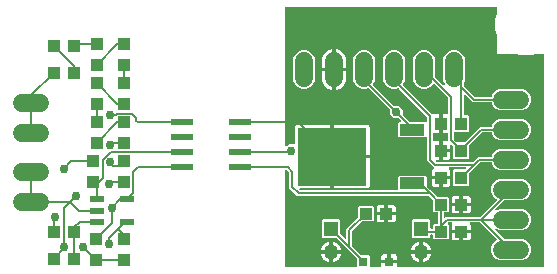
<source format=gbr>
G04 EAGLE Gerber RS-274X export*
G75*
%MOMM*%
%FSLAX34Y34*%
%LPD*%
%INTop Copper*%
%IPPOS*%
%AMOC8*
5,1,8,0,0,1.08239X$1,22.5*%
G01*
%ADD10R,1.258000X1.258000*%
%ADD11C,1.258000*%
%ADD12R,1.100000X1.000000*%
%ADD13R,1.000000X1.100000*%
%ADD14R,0.800000X0.800000*%
%ADD15R,2.100000X1.000000*%
%ADD16R,5.850000X4.900000*%
%ADD17R,1.150000X0.600000*%
%ADD18R,1.981200X0.558800*%
%ADD19C,1.508000*%
%ADD20C,0.152400*%
%ADD21C,0.756400*%

G36*
X325634Y22902D02*
X325634Y22902D01*
X325653Y22900D01*
X325755Y22922D01*
X325857Y22939D01*
X325874Y22948D01*
X325894Y22952D01*
X325983Y23005D01*
X326074Y23054D01*
X326088Y23068D01*
X326105Y23078D01*
X326172Y23157D01*
X326244Y23232D01*
X326252Y23250D01*
X326265Y23265D01*
X326304Y23361D01*
X326347Y23455D01*
X326349Y23475D01*
X326357Y23493D01*
X326375Y23660D01*
X326375Y30755D01*
X326361Y30846D01*
X326353Y30936D01*
X326341Y30966D01*
X326336Y30998D01*
X326293Y31079D01*
X326257Y31163D01*
X326231Y31195D01*
X326220Y31216D01*
X326197Y31238D01*
X326152Y31294D01*
X309604Y47842D01*
X309530Y47895D01*
X309460Y47955D01*
X309430Y47967D01*
X309404Y47986D01*
X309317Y48013D01*
X309232Y48047D01*
X309191Y48051D01*
X309169Y48058D01*
X309137Y48057D01*
X309065Y48065D01*
X297878Y48065D01*
X296985Y48958D01*
X296985Y62802D01*
X297878Y63695D01*
X311722Y63695D01*
X312615Y62802D01*
X312615Y51615D01*
X312629Y51524D01*
X312637Y51434D01*
X312649Y51404D01*
X312654Y51372D01*
X312697Y51291D01*
X312733Y51207D01*
X312759Y51175D01*
X312770Y51154D01*
X312793Y51132D01*
X312838Y51076D01*
X316454Y47460D01*
X316512Y47418D01*
X316564Y47369D01*
X316611Y47347D01*
X316653Y47317D01*
X316722Y47296D01*
X316787Y47265D01*
X316839Y47260D01*
X316889Y47244D01*
X316960Y47246D01*
X317031Y47238D01*
X317082Y47249D01*
X317134Y47251D01*
X317202Y47275D01*
X317272Y47290D01*
X317317Y47317D01*
X317365Y47335D01*
X317421Y47380D01*
X317483Y47417D01*
X317517Y47456D01*
X317557Y47489D01*
X317596Y47549D01*
X317643Y47604D01*
X317662Y47652D01*
X317690Y47696D01*
X317708Y47765D01*
X317735Y47832D01*
X317743Y47903D01*
X317751Y47934D01*
X317749Y47958D01*
X317753Y47998D01*
X317753Y55167D01*
X327152Y64566D01*
X327205Y64640D01*
X327265Y64710D01*
X327277Y64740D01*
X327296Y64766D01*
X327323Y64853D01*
X327357Y64938D01*
X327361Y64979D01*
X327368Y65001D01*
X327367Y65033D01*
X327375Y65105D01*
X327375Y74212D01*
X328268Y75105D01*
X340532Y75105D01*
X341425Y74212D01*
X341425Y62948D01*
X340532Y62055D01*
X331425Y62055D01*
X331334Y62041D01*
X331244Y62033D01*
X331214Y62021D01*
X331182Y62016D01*
X331101Y61973D01*
X331017Y61937D01*
X330985Y61911D01*
X330964Y61900D01*
X330942Y61877D01*
X330886Y61832D01*
X322550Y53496D01*
X322497Y53422D01*
X322437Y53352D01*
X322425Y53322D01*
X322406Y53296D01*
X322379Y53209D01*
X322345Y53124D01*
X322341Y53083D01*
X322334Y53061D01*
X322335Y53029D01*
X322327Y52957D01*
X322327Y41903D01*
X322328Y41894D01*
X322328Y41891D01*
X322331Y41873D01*
X322341Y41812D01*
X322349Y41722D01*
X322361Y41692D01*
X322366Y41660D01*
X322409Y41579D01*
X322445Y41495D01*
X322471Y41463D01*
X322482Y41442D01*
X322505Y41420D01*
X322550Y41364D01*
X330226Y33688D01*
X330300Y33635D01*
X330370Y33575D01*
X330400Y33563D01*
X330426Y33544D01*
X330513Y33517D01*
X330598Y33483D01*
X330639Y33479D01*
X330661Y33472D01*
X330693Y33473D01*
X330765Y33465D01*
X336532Y33465D01*
X337425Y32572D01*
X337425Y23660D01*
X337428Y23640D01*
X337426Y23621D01*
X337448Y23519D01*
X337464Y23417D01*
X337474Y23400D01*
X337478Y23380D01*
X337531Y23291D01*
X337580Y23200D01*
X337594Y23186D01*
X337604Y23169D01*
X337683Y23102D01*
X337758Y23031D01*
X337776Y23022D01*
X337791Y23009D01*
X337887Y22970D01*
X337981Y22927D01*
X338001Y22925D01*
X338019Y22917D01*
X338186Y22899D01*
X346598Y22899D01*
X346618Y22902D01*
X346637Y22900D01*
X346739Y22922D01*
X346841Y22939D01*
X346858Y22948D01*
X346878Y22952D01*
X346967Y23005D01*
X347058Y23054D01*
X347072Y23068D01*
X347089Y23078D01*
X347156Y23157D01*
X347228Y23232D01*
X347236Y23250D01*
X347249Y23265D01*
X347288Y23361D01*
X347331Y23455D01*
X347333Y23475D01*
X347341Y23493D01*
X347359Y23660D01*
X347359Y26417D01*
X353138Y26417D01*
X353158Y26420D01*
X353177Y26418D01*
X353279Y26440D01*
X353381Y26457D01*
X353398Y26466D01*
X353418Y26470D01*
X353507Y26523D01*
X353598Y26572D01*
X353612Y26586D01*
X353629Y26596D01*
X353696Y26675D01*
X353767Y26750D01*
X353776Y26768D01*
X353789Y26783D01*
X353828Y26879D01*
X353871Y26973D01*
X353873Y26993D01*
X353881Y27011D01*
X353899Y27178D01*
X353899Y27941D01*
X353901Y27941D01*
X353901Y27178D01*
X353904Y27158D01*
X353902Y27139D01*
X353924Y27037D01*
X353941Y26935D01*
X353950Y26918D01*
X353954Y26898D01*
X354007Y26809D01*
X354056Y26718D01*
X354070Y26704D01*
X354080Y26687D01*
X354159Y26620D01*
X354234Y26549D01*
X354252Y26540D01*
X354267Y26527D01*
X354363Y26488D01*
X354457Y26445D01*
X354477Y26443D01*
X354495Y26435D01*
X354662Y26417D01*
X360441Y26417D01*
X360441Y23660D01*
X360444Y23640D01*
X360442Y23621D01*
X360464Y23519D01*
X360480Y23417D01*
X360490Y23400D01*
X360494Y23380D01*
X360547Y23291D01*
X360596Y23200D01*
X360610Y23186D01*
X360620Y23169D01*
X360699Y23102D01*
X360774Y23031D01*
X360792Y23022D01*
X360807Y23009D01*
X360903Y22970D01*
X360997Y22927D01*
X361017Y22925D01*
X361035Y22917D01*
X361202Y22899D01*
X484340Y22899D01*
X484360Y22902D01*
X484379Y22900D01*
X484481Y22922D01*
X484583Y22939D01*
X484600Y22948D01*
X484620Y22952D01*
X484709Y23005D01*
X484800Y23054D01*
X484814Y23068D01*
X484831Y23078D01*
X484898Y23157D01*
X484969Y23232D01*
X484978Y23250D01*
X484991Y23265D01*
X485030Y23361D01*
X485073Y23455D01*
X485075Y23475D01*
X485083Y23493D01*
X485101Y23660D01*
X485101Y203200D01*
X485098Y203220D01*
X485100Y203239D01*
X485078Y203341D01*
X485061Y203443D01*
X485052Y203460D01*
X485048Y203480D01*
X484995Y203569D01*
X484946Y203660D01*
X484932Y203674D01*
X484922Y203691D01*
X484843Y203758D01*
X484768Y203830D01*
X484750Y203838D01*
X484735Y203851D01*
X484639Y203890D01*
X484545Y203933D01*
X484525Y203935D01*
X484507Y203943D01*
X484340Y203961D01*
X479124Y203961D01*
X479109Y203959D01*
X479093Y203961D01*
X478927Y203935D01*
X473344Y202439D01*
X466456Y202439D01*
X460873Y203935D01*
X460857Y203937D01*
X460842Y203943D01*
X460676Y203961D01*
X445261Y203961D01*
X445261Y219376D01*
X445259Y219391D01*
X445261Y219407D01*
X445235Y219573D01*
X443739Y225156D01*
X443739Y232044D01*
X445235Y237627D01*
X445237Y237643D01*
X445243Y237658D01*
X445261Y237824D01*
X445261Y243040D01*
X445258Y243060D01*
X445260Y243079D01*
X445238Y243181D01*
X445222Y243283D01*
X445212Y243300D01*
X445208Y243320D01*
X445155Y243409D01*
X445106Y243500D01*
X445092Y243514D01*
X445082Y243531D01*
X445003Y243598D01*
X444928Y243669D01*
X444910Y243678D01*
X444895Y243691D01*
X444799Y243730D01*
X444705Y243773D01*
X444685Y243775D01*
X444667Y243783D01*
X444500Y243801D01*
X266700Y243801D01*
X266680Y243798D01*
X266661Y243800D01*
X266559Y243778D01*
X266457Y243761D01*
X266440Y243752D01*
X266420Y243748D01*
X266331Y243695D01*
X266240Y243646D01*
X266226Y243632D01*
X266209Y243622D01*
X266142Y243543D01*
X266071Y243468D01*
X266062Y243450D01*
X266049Y243435D01*
X266010Y243339D01*
X265967Y243245D01*
X265965Y243225D01*
X265957Y243207D01*
X265939Y243040D01*
X265939Y126057D01*
X265950Y125987D01*
X265952Y125915D01*
X265970Y125866D01*
X265979Y125815D01*
X266012Y125751D01*
X266037Y125684D01*
X266069Y125643D01*
X266094Y125597D01*
X266146Y125548D01*
X266190Y125492D01*
X266234Y125464D01*
X266272Y125428D01*
X266337Y125398D01*
X266397Y125359D01*
X266448Y125346D01*
X266495Y125324D01*
X266566Y125316D01*
X266636Y125299D01*
X266688Y125303D01*
X266739Y125297D01*
X266810Y125312D01*
X266881Y125318D01*
X266929Y125338D01*
X266980Y125349D01*
X267041Y125386D01*
X267107Y125414D01*
X267163Y125459D01*
X267191Y125476D01*
X267206Y125493D01*
X267238Y125519D01*
X268946Y127227D01*
X273148Y127227D01*
X273168Y127230D01*
X273187Y127228D01*
X273289Y127250D01*
X273391Y127266D01*
X273408Y127276D01*
X273428Y127280D01*
X273517Y127333D01*
X273608Y127382D01*
X273622Y127396D01*
X273639Y127406D01*
X273706Y127485D01*
X273778Y127560D01*
X273786Y127578D01*
X273799Y127593D01*
X273838Y127689D01*
X273881Y127783D01*
X273883Y127803D01*
X273891Y127821D01*
X273909Y127988D01*
X273909Y141674D01*
X274082Y142321D01*
X274417Y142900D01*
X274890Y143373D01*
X275469Y143708D01*
X276116Y143881D01*
X304177Y143881D01*
X304177Y117602D01*
X304180Y117582D01*
X304178Y117563D01*
X304200Y117461D01*
X304217Y117359D01*
X304226Y117342D01*
X304230Y117322D01*
X304283Y117233D01*
X304332Y117142D01*
X304346Y117128D01*
X304356Y117111D01*
X304435Y117044D01*
X304510Y116973D01*
X304528Y116964D01*
X304543Y116951D01*
X304639Y116912D01*
X304733Y116869D01*
X304753Y116867D01*
X304771Y116859D01*
X304938Y116841D01*
X305701Y116841D01*
X305701Y116839D01*
X304938Y116839D01*
X304918Y116836D01*
X304899Y116838D01*
X304797Y116816D01*
X304695Y116799D01*
X304678Y116790D01*
X304658Y116786D01*
X304569Y116733D01*
X304478Y116684D01*
X304464Y116670D01*
X304447Y116660D01*
X304380Y116581D01*
X304309Y116506D01*
X304300Y116488D01*
X304287Y116473D01*
X304248Y116377D01*
X304205Y116283D01*
X304203Y116263D01*
X304195Y116245D01*
X304177Y116078D01*
X304177Y89799D01*
X278492Y89799D01*
X278422Y89788D01*
X278350Y89786D01*
X278301Y89768D01*
X278250Y89760D01*
X278186Y89726D01*
X278119Y89701D01*
X278078Y89669D01*
X278032Y89644D01*
X277983Y89593D01*
X277927Y89548D01*
X277899Y89504D01*
X277863Y89466D01*
X277833Y89401D01*
X277794Y89341D01*
X277781Y89290D01*
X277759Y89243D01*
X277751Y89172D01*
X277734Y89102D01*
X277738Y89050D01*
X277732Y88999D01*
X277747Y88928D01*
X277753Y88857D01*
X277773Y88809D01*
X277784Y88758D01*
X277821Y88697D01*
X277849Y88631D01*
X277894Y88575D01*
X277911Y88547D01*
X277928Y88532D01*
X277954Y88500D01*
X278024Y88430D01*
X278098Y88376D01*
X278168Y88317D01*
X278198Y88305D01*
X278224Y88286D01*
X278311Y88259D01*
X278396Y88225D01*
X278437Y88221D01*
X278459Y88214D01*
X278491Y88215D01*
X278563Y88207D01*
X360914Y88207D01*
X360934Y88210D01*
X360953Y88208D01*
X361055Y88230D01*
X361157Y88246D01*
X361174Y88256D01*
X361194Y88260D01*
X361283Y88313D01*
X361374Y88362D01*
X361388Y88376D01*
X361405Y88386D01*
X361472Y88465D01*
X361544Y88540D01*
X361552Y88558D01*
X361565Y88573D01*
X361604Y88669D01*
X361647Y88763D01*
X361649Y88783D01*
X361657Y88801D01*
X361675Y88968D01*
X361675Y99672D01*
X362568Y100565D01*
X384832Y100565D01*
X385725Y99672D01*
X385725Y91925D01*
X385739Y91834D01*
X385747Y91744D01*
X385759Y91714D01*
X385764Y91682D01*
X385807Y91601D01*
X385843Y91517D01*
X385869Y91485D01*
X385880Y91464D01*
X385903Y91442D01*
X385948Y91386D01*
X388904Y88430D01*
X390690Y86644D01*
X394386Y82948D01*
X394460Y82895D01*
X394530Y82835D01*
X394560Y82823D01*
X394586Y82804D01*
X394673Y82777D01*
X394758Y82743D01*
X394799Y82739D01*
X394821Y82732D01*
X394853Y82733D01*
X394924Y82725D01*
X404032Y82725D01*
X404925Y81832D01*
X404925Y70568D01*
X404032Y69675D01*
X400948Y69675D01*
X400928Y69672D01*
X400909Y69674D01*
X400807Y69652D01*
X400705Y69636D01*
X400688Y69626D01*
X400668Y69622D01*
X400579Y69569D01*
X400488Y69520D01*
X400474Y69506D01*
X400457Y69496D01*
X400390Y69417D01*
X400318Y69342D01*
X400310Y69324D01*
X400297Y69309D01*
X400258Y69213D01*
X400215Y69119D01*
X400213Y69099D01*
X400205Y69081D01*
X400187Y68914D01*
X400187Y65778D01*
X400198Y65708D01*
X400200Y65636D01*
X400218Y65587D01*
X400226Y65536D01*
X400260Y65472D01*
X400285Y65405D01*
X400317Y65364D01*
X400342Y65318D01*
X400394Y65269D01*
X400438Y65213D01*
X400482Y65185D01*
X400520Y65149D01*
X400585Y65119D01*
X400645Y65080D01*
X400696Y65067D01*
X400743Y65045D01*
X400814Y65037D01*
X400884Y65020D01*
X400936Y65024D01*
X400987Y65018D01*
X401058Y65033D01*
X401129Y65039D01*
X401177Y65059D01*
X401228Y65070D01*
X401289Y65107D01*
X401355Y65135D01*
X401411Y65180D01*
X401439Y65197D01*
X401454Y65214D01*
X401486Y65240D01*
X402033Y65787D01*
X430537Y65787D01*
X430628Y65801D01*
X430718Y65809D01*
X430748Y65821D01*
X430780Y65826D01*
X430861Y65869D01*
X430945Y65905D01*
X430977Y65931D01*
X430998Y65942D01*
X431020Y65965D01*
X431076Y66010D01*
X444961Y79895D01*
X444988Y79933D01*
X445022Y79964D01*
X445060Y80032D01*
X445105Y80095D01*
X445118Y80139D01*
X445141Y80179D01*
X445154Y80256D01*
X445177Y80330D01*
X445176Y80376D01*
X445184Y80421D01*
X445173Y80498D01*
X445171Y80576D01*
X445155Y80619D01*
X445149Y80665D01*
X445113Y80734D01*
X445087Y80807D01*
X445058Y80843D01*
X445037Y80884D01*
X444981Y80938D01*
X444933Y80999D01*
X444894Y81024D01*
X444861Y81056D01*
X444742Y81122D01*
X444726Y81132D01*
X444721Y81133D01*
X444714Y81137D01*
X444525Y81215D01*
X441975Y83765D01*
X440595Y87097D01*
X440595Y90703D01*
X441975Y94035D01*
X444525Y96585D01*
X447857Y97965D01*
X466543Y97965D01*
X469875Y96585D01*
X472425Y94035D01*
X473805Y90703D01*
X473805Y87097D01*
X472425Y83765D01*
X469875Y81215D01*
X466543Y79835D01*
X451684Y79835D01*
X451594Y79821D01*
X451503Y79813D01*
X451474Y79801D01*
X451442Y79796D01*
X451361Y79753D01*
X451277Y79717D01*
X451245Y79691D01*
X451224Y79680D01*
X451202Y79657D01*
X451146Y79612D01*
X444147Y72613D01*
X444090Y72534D01*
X444028Y72459D01*
X444019Y72435D01*
X444004Y72414D01*
X443975Y72321D01*
X443940Y72230D01*
X443939Y72204D01*
X443931Y72179D01*
X443934Y72081D01*
X443930Y71984D01*
X443937Y71959D01*
X443938Y71933D01*
X443971Y71841D01*
X443998Y71748D01*
X444013Y71726D01*
X444022Y71702D01*
X444083Y71626D01*
X444139Y71546D01*
X444160Y71530D01*
X444176Y71510D01*
X444258Y71457D01*
X444336Y71399D01*
X444361Y71391D01*
X444383Y71377D01*
X444477Y71353D01*
X444570Y71323D01*
X444596Y71323D01*
X444621Y71317D01*
X444718Y71324D01*
X444816Y71325D01*
X444847Y71334D01*
X444867Y71336D01*
X444897Y71349D01*
X444977Y71372D01*
X447857Y72565D01*
X466543Y72565D01*
X469875Y71185D01*
X472425Y68635D01*
X473805Y65303D01*
X473805Y61697D01*
X472425Y58365D01*
X469875Y55815D01*
X466543Y54435D01*
X447857Y54435D01*
X444977Y55628D01*
X444882Y55650D01*
X444789Y55679D01*
X444763Y55678D01*
X444737Y55684D01*
X444641Y55675D01*
X444543Y55673D01*
X444519Y55664D01*
X444493Y55661D01*
X444404Y55622D01*
X444312Y55588D01*
X444292Y55572D01*
X444268Y55561D01*
X444196Y55495D01*
X444120Y55435D01*
X444106Y55413D01*
X444087Y55395D01*
X444040Y55310D01*
X443987Y55228D01*
X443981Y55202D01*
X443968Y55179D01*
X443951Y55083D01*
X443927Y54989D01*
X443929Y54963D01*
X443924Y54937D01*
X443939Y54841D01*
X443946Y54744D01*
X443956Y54720D01*
X443960Y54694D01*
X444004Y54607D01*
X444042Y54518D01*
X444063Y54492D01*
X444072Y54475D01*
X444095Y54451D01*
X444147Y54387D01*
X451146Y47388D01*
X451220Y47335D01*
X451290Y47275D01*
X451320Y47263D01*
X451346Y47244D01*
X451433Y47217D01*
X451518Y47183D01*
X451559Y47179D01*
X451581Y47172D01*
X451613Y47173D01*
X451684Y47165D01*
X466543Y47165D01*
X469875Y45785D01*
X472425Y43235D01*
X473805Y39903D01*
X473805Y36297D01*
X472425Y32965D01*
X469875Y30415D01*
X466543Y29035D01*
X447857Y29035D01*
X444525Y30415D01*
X441975Y32965D01*
X440595Y36297D01*
X440595Y39903D01*
X441975Y43235D01*
X444525Y45785D01*
X444714Y45863D01*
X444753Y45887D01*
X444797Y45903D01*
X444857Y45952D01*
X444923Y45993D01*
X444953Y46028D01*
X444989Y46057D01*
X445031Y46122D01*
X445080Y46182D01*
X445097Y46225D01*
X445122Y46264D01*
X445141Y46339D01*
X445169Y46412D01*
X445170Y46458D01*
X445182Y46502D01*
X445176Y46580D01*
X445179Y46658D01*
X445166Y46702D01*
X445163Y46747D01*
X445132Y46819D01*
X445110Y46894D01*
X445084Y46932D01*
X445066Y46974D01*
X444981Y47081D01*
X444970Y47096D01*
X444966Y47099D01*
X444961Y47105D01*
X431076Y60990D01*
X431002Y61043D01*
X430932Y61103D01*
X430902Y61115D01*
X430876Y61134D01*
X430789Y61161D01*
X430704Y61195D01*
X430663Y61199D01*
X430641Y61206D01*
X430609Y61205D01*
X430537Y61213D01*
X422958Y61213D01*
X422887Y61202D01*
X422815Y61200D01*
X422766Y61182D01*
X422715Y61174D01*
X422652Y61140D01*
X422584Y61115D01*
X422543Y61083D01*
X422498Y61058D01*
X422448Y61006D01*
X422392Y60962D01*
X422364Y60918D01*
X422328Y60880D01*
X422298Y60815D01*
X422259Y60755D01*
X422246Y60704D01*
X422225Y60657D01*
X422217Y60586D01*
X422199Y60516D01*
X422203Y60464D01*
X422197Y60413D01*
X422213Y60342D01*
X422218Y60271D01*
X422239Y60223D01*
X422250Y60172D01*
X422287Y60111D01*
X422315Y60045D01*
X422359Y59989D01*
X422376Y59961D01*
X422394Y59946D01*
X422419Y59914D01*
X422433Y59900D01*
X422768Y59321D01*
X422941Y58674D01*
X422941Y54863D01*
X415662Y54863D01*
X415642Y54860D01*
X415623Y54862D01*
X415521Y54840D01*
X415419Y54823D01*
X415402Y54814D01*
X415382Y54810D01*
X415293Y54757D01*
X415202Y54708D01*
X415188Y54694D01*
X415171Y54684D01*
X415104Y54605D01*
X415033Y54530D01*
X415024Y54512D01*
X415011Y54497D01*
X414972Y54401D01*
X414929Y54307D01*
X414927Y54287D01*
X414919Y54269D01*
X414901Y54102D01*
X414901Y53339D01*
X414899Y53339D01*
X414899Y54102D01*
X414896Y54122D01*
X414898Y54141D01*
X414876Y54243D01*
X414859Y54345D01*
X414850Y54362D01*
X414846Y54382D01*
X414793Y54471D01*
X414744Y54562D01*
X414730Y54576D01*
X414720Y54593D01*
X414641Y54660D01*
X414566Y54731D01*
X414548Y54740D01*
X414533Y54753D01*
X414437Y54792D01*
X414343Y54835D01*
X414323Y54837D01*
X414305Y54845D01*
X414138Y54863D01*
X406859Y54863D01*
X406859Y58674D01*
X407032Y59321D01*
X407367Y59900D01*
X407381Y59914D01*
X407422Y59972D01*
X407472Y60024D01*
X407494Y60071D01*
X407524Y60113D01*
X407545Y60182D01*
X407575Y60247D01*
X407581Y60299D01*
X407596Y60348D01*
X407595Y60420D01*
X407603Y60491D01*
X407592Y60542D01*
X407590Y60594D01*
X407566Y60662D01*
X407550Y60732D01*
X407524Y60776D01*
X407506Y60825D01*
X407461Y60881D01*
X407424Y60943D01*
X407385Y60977D01*
X407352Y61017D01*
X407292Y61056D01*
X407237Y61103D01*
X407189Y61122D01*
X407145Y61150D01*
X407076Y61168D01*
X407009Y61195D01*
X406938Y61203D01*
X406907Y61211D01*
X406883Y61209D01*
X406842Y61213D01*
X404521Y61213D01*
X404450Y61202D01*
X404378Y61200D01*
X404329Y61182D01*
X404278Y61174D01*
X404215Y61140D01*
X404147Y61115D01*
X404107Y61083D01*
X404061Y61058D01*
X404011Y61006D01*
X403955Y60962D01*
X403927Y60918D01*
X403891Y60880D01*
X403861Y60815D01*
X403822Y60755D01*
X403810Y60704D01*
X403788Y60657D01*
X403780Y60586D01*
X403762Y60516D01*
X403766Y60464D01*
X403761Y60413D01*
X403776Y60342D01*
X403781Y60271D01*
X403802Y60223D01*
X403813Y60172D01*
X403850Y60111D01*
X403878Y60045D01*
X403923Y59989D01*
X403939Y59961D01*
X403957Y59946D01*
X403983Y59914D01*
X404925Y58972D01*
X404925Y47708D01*
X404032Y46815D01*
X391768Y46815D01*
X390875Y47708D01*
X390875Y50292D01*
X390872Y50312D01*
X390874Y50331D01*
X390852Y50433D01*
X390836Y50535D01*
X390826Y50552D01*
X390822Y50572D01*
X390769Y50661D01*
X390720Y50752D01*
X390706Y50766D01*
X390696Y50783D01*
X390617Y50850D01*
X390542Y50922D01*
X390524Y50930D01*
X390509Y50943D01*
X390413Y50982D01*
X390319Y51025D01*
X390299Y51027D01*
X390281Y51035D01*
X390114Y51053D01*
X389576Y51053D01*
X389556Y51050D01*
X389537Y51052D01*
X389435Y51030D01*
X389333Y51014D01*
X389316Y51004D01*
X389296Y51000D01*
X389207Y50947D01*
X389116Y50898D01*
X389102Y50884D01*
X389085Y50874D01*
X389018Y50795D01*
X388946Y50720D01*
X388938Y50702D01*
X388925Y50687D01*
X388886Y50591D01*
X388843Y50497D01*
X388841Y50477D01*
X388833Y50459D01*
X388815Y50292D01*
X388815Y48958D01*
X387922Y48065D01*
X374078Y48065D01*
X373185Y48958D01*
X373185Y62802D01*
X374078Y63695D01*
X387922Y63695D01*
X388815Y62802D01*
X388815Y56388D01*
X388818Y56371D01*
X388816Y56354D01*
X388816Y56352D01*
X388816Y56349D01*
X388838Y56247D01*
X388854Y56145D01*
X388864Y56128D01*
X388868Y56108D01*
X388921Y56019D01*
X388970Y55928D01*
X388984Y55914D01*
X388994Y55897D01*
X389073Y55830D01*
X389148Y55758D01*
X389166Y55750D01*
X389181Y55737D01*
X389277Y55698D01*
X389371Y55655D01*
X389391Y55653D01*
X389409Y55645D01*
X389576Y55627D01*
X390114Y55627D01*
X390134Y55630D01*
X390153Y55628D01*
X390255Y55650D01*
X390357Y55666D01*
X390374Y55676D01*
X390394Y55680D01*
X390483Y55733D01*
X390574Y55782D01*
X390588Y55796D01*
X390605Y55806D01*
X390672Y55885D01*
X390744Y55960D01*
X390752Y55978D01*
X390765Y55993D01*
X390804Y56089D01*
X390847Y56183D01*
X390849Y56203D01*
X390857Y56221D01*
X390875Y56388D01*
X390875Y58972D01*
X391768Y59865D01*
X394852Y59865D01*
X394872Y59868D01*
X394891Y59866D01*
X394993Y59888D01*
X395095Y59904D01*
X395112Y59914D01*
X395132Y59918D01*
X395221Y59971D01*
X395312Y60020D01*
X395326Y60034D01*
X395343Y60044D01*
X395410Y60123D01*
X395482Y60198D01*
X395490Y60216D01*
X395503Y60231D01*
X395542Y60327D01*
X395585Y60421D01*
X395587Y60441D01*
X395595Y60459D01*
X395613Y60626D01*
X395613Y68914D01*
X395610Y68934D01*
X395612Y68953D01*
X395590Y69055D01*
X395574Y69157D01*
X395564Y69174D01*
X395560Y69194D01*
X395507Y69283D01*
X395458Y69374D01*
X395444Y69388D01*
X395434Y69405D01*
X395355Y69472D01*
X395280Y69544D01*
X395262Y69552D01*
X395247Y69565D01*
X395151Y69604D01*
X395057Y69647D01*
X395037Y69649D01*
X395019Y69657D01*
X394852Y69675D01*
X391768Y69675D01*
X390875Y70568D01*
X390875Y79676D01*
X390861Y79766D01*
X390853Y79857D01*
X390841Y79886D01*
X390836Y79918D01*
X390793Y79999D01*
X390757Y80083D01*
X390731Y80115D01*
X390720Y80136D01*
X390697Y80158D01*
X390652Y80214D01*
X387456Y83410D01*
X387382Y83463D01*
X387312Y83523D01*
X387282Y83535D01*
X387256Y83554D01*
X387169Y83581D01*
X387084Y83615D01*
X387043Y83619D01*
X387021Y83626D01*
X386989Y83625D01*
X386918Y83633D01*
X276353Y83633D01*
X269493Y90493D01*
X269493Y102877D01*
X269479Y102968D01*
X269471Y103058D01*
X269459Y103088D01*
X269454Y103120D01*
X269411Y103201D01*
X269375Y103285D01*
X269349Y103317D01*
X269338Y103338D01*
X269315Y103360D01*
X269270Y103416D01*
X267246Y105440D01*
X267172Y105493D01*
X267135Y105525D01*
X267128Y105532D01*
X267126Y105532D01*
X267102Y105553D01*
X267072Y105565D01*
X267046Y105584D01*
X266959Y105611D01*
X266950Y105614D01*
X266905Y105635D01*
X266896Y105636D01*
X266874Y105645D01*
X266833Y105649D01*
X266811Y105656D01*
X266779Y105655D01*
X266707Y105663D01*
X266700Y105663D01*
X266680Y105660D01*
X266661Y105662D01*
X266609Y105651D01*
X266565Y105650D01*
X266522Y105634D01*
X266457Y105624D01*
X266440Y105614D01*
X266420Y105610D01*
X266364Y105576D01*
X266334Y105565D01*
X266308Y105544D01*
X266240Y105508D01*
X266226Y105494D01*
X266209Y105484D01*
X266159Y105425D01*
X266142Y105412D01*
X266129Y105392D01*
X266071Y105330D01*
X266062Y105312D01*
X266049Y105297D01*
X266017Y105217D01*
X266009Y105205D01*
X266005Y105189D01*
X265967Y105107D01*
X265965Y105087D01*
X265957Y105069D01*
X265939Y104902D01*
X265939Y23660D01*
X265942Y23640D01*
X265940Y23621D01*
X265962Y23519D01*
X265979Y23417D01*
X265988Y23400D01*
X265992Y23380D01*
X266045Y23291D01*
X266094Y23200D01*
X266108Y23186D01*
X266118Y23169D01*
X266197Y23102D01*
X266272Y23031D01*
X266290Y23022D01*
X266305Y23009D01*
X266401Y22970D01*
X266495Y22927D01*
X266515Y22925D01*
X266533Y22917D01*
X266700Y22899D01*
X325614Y22899D01*
X325634Y22902D01*
G37*
%LPC*%
G36*
X409268Y92035D02*
X409268Y92035D01*
X408375Y92928D01*
X408375Y105192D01*
X409268Y106085D01*
X418375Y106085D01*
X418465Y106099D01*
X418556Y106107D01*
X418586Y106119D01*
X418618Y106124D01*
X418699Y106167D01*
X418783Y106203D01*
X418815Y106229D01*
X418836Y106240D01*
X418858Y106263D01*
X418914Y106308D01*
X419070Y106464D01*
X419112Y106522D01*
X419161Y106574D01*
X419183Y106621D01*
X419213Y106663D01*
X419234Y106732D01*
X419265Y106797D01*
X419270Y106849D01*
X419286Y106898D01*
X419284Y106970D01*
X419292Y107041D01*
X419281Y107092D01*
X419279Y107144D01*
X419255Y107212D01*
X419240Y107282D01*
X419213Y107327D01*
X419195Y107375D01*
X419150Y107431D01*
X419113Y107493D01*
X419074Y107527D01*
X419041Y107567D01*
X418981Y107606D01*
X418926Y107653D01*
X418878Y107672D01*
X418834Y107700D01*
X418765Y107718D01*
X418698Y107745D01*
X418627Y107753D01*
X418596Y107761D01*
X418573Y107759D01*
X418532Y107763D01*
X405128Y107763D01*
X405057Y107752D01*
X404985Y107750D01*
X404936Y107732D01*
X404885Y107724D01*
X404822Y107690D01*
X404754Y107665D01*
X404714Y107633D01*
X404668Y107608D01*
X404618Y107557D01*
X404562Y107512D01*
X404534Y107468D01*
X404498Y107430D01*
X404468Y107365D01*
X404429Y107305D01*
X404416Y107254D01*
X404395Y107207D01*
X404387Y107136D01*
X404369Y107066D01*
X404373Y107014D01*
X404367Y106963D01*
X404383Y106892D01*
X404388Y106821D01*
X404409Y106773D01*
X404420Y106722D01*
X404457Y106661D01*
X404485Y106595D01*
X404529Y106539D01*
X404546Y106511D01*
X404564Y106496D01*
X404589Y106464D01*
X404933Y106120D01*
X405268Y105541D01*
X405441Y104894D01*
X405441Y100583D01*
X398662Y100583D01*
X398642Y100580D01*
X398623Y100582D01*
X398521Y100560D01*
X398419Y100543D01*
X398402Y100534D01*
X398382Y100530D01*
X398293Y100477D01*
X398202Y100428D01*
X398188Y100414D01*
X398171Y100404D01*
X398104Y100325D01*
X398033Y100250D01*
X398024Y100232D01*
X398011Y100217D01*
X397972Y100121D01*
X397929Y100027D01*
X397927Y100007D01*
X397919Y99989D01*
X397901Y99822D01*
X397901Y99059D01*
X397899Y99059D01*
X397899Y99822D01*
X397896Y99842D01*
X397898Y99861D01*
X397876Y99963D01*
X397859Y100065D01*
X397850Y100082D01*
X397846Y100102D01*
X397793Y100191D01*
X397744Y100282D01*
X397730Y100296D01*
X397720Y100313D01*
X397641Y100380D01*
X397566Y100451D01*
X397548Y100460D01*
X397533Y100473D01*
X397437Y100512D01*
X397343Y100555D01*
X397323Y100557D01*
X397305Y100565D01*
X397138Y100583D01*
X390359Y100583D01*
X390359Y104894D01*
X390532Y105541D01*
X390867Y106120D01*
X391340Y106593D01*
X391592Y106739D01*
X391629Y106769D01*
X391671Y106791D01*
X391720Y106843D01*
X391777Y106888D01*
X391779Y106892D01*
X391782Y106894D01*
X391808Y106936D01*
X391840Y106970D01*
X391870Y107032D01*
X391910Y107095D01*
X391911Y107099D01*
X391913Y107103D01*
X391925Y107151D01*
X391944Y107193D01*
X391952Y107260D01*
X391970Y107334D01*
X391970Y107338D01*
X391971Y107342D01*
X391966Y107393D01*
X391971Y107437D01*
X391957Y107502D01*
X391951Y107579D01*
X391949Y107583D01*
X391949Y107587D01*
X391928Y107634D01*
X391919Y107677D01*
X391885Y107735D01*
X391855Y107805D01*
X391852Y107809D01*
X391850Y107812D01*
X391841Y107822D01*
X391807Y107865D01*
X391793Y107889D01*
X391778Y107901D01*
X391750Y107936D01*
X386333Y113353D01*
X386333Y132779D01*
X386322Y132850D01*
X386320Y132922D01*
X386302Y132971D01*
X386294Y133022D01*
X386260Y133085D01*
X386235Y133153D01*
X386203Y133193D01*
X386178Y133239D01*
X386127Y133289D01*
X386082Y133345D01*
X386038Y133373D01*
X386000Y133409D01*
X385935Y133439D01*
X385875Y133478D01*
X385824Y133490D01*
X385777Y133512D01*
X385706Y133520D01*
X385636Y133538D01*
X385584Y133534D01*
X385533Y133539D01*
X385462Y133524D01*
X385391Y133519D01*
X385343Y133498D01*
X385292Y133487D01*
X385231Y133450D01*
X385165Y133422D01*
X385109Y133377D01*
X385081Y133361D01*
X385066Y133343D01*
X385034Y133317D01*
X384832Y133115D01*
X362568Y133115D01*
X361675Y134008D01*
X361675Y145272D01*
X362568Y146165D01*
X363329Y146165D01*
X363399Y146176D01*
X363471Y146178D01*
X363520Y146196D01*
X363571Y146204D01*
X363635Y146238D01*
X363702Y146263D01*
X363743Y146295D01*
X363789Y146320D01*
X363838Y146372D01*
X363894Y146416D01*
X363922Y146460D01*
X363958Y146498D01*
X363988Y146563D01*
X364027Y146623D01*
X364040Y146674D01*
X364062Y146721D01*
X364070Y146792D01*
X364087Y146862D01*
X364083Y146914D01*
X364089Y146965D01*
X364074Y147036D01*
X364068Y147107D01*
X364048Y147155D01*
X364037Y147206D01*
X364000Y147267D01*
X363972Y147333D01*
X363927Y147389D01*
X363910Y147417D01*
X363893Y147432D01*
X363867Y147464D01*
X362448Y148883D01*
X362374Y148936D01*
X362305Y148995D01*
X362275Y149007D01*
X362249Y149026D01*
X362161Y149053D01*
X362077Y149087D01*
X362036Y149092D01*
X362013Y149099D01*
X361981Y149098D01*
X361910Y149106D01*
X357954Y149106D01*
X354846Y152214D01*
X354846Y156170D01*
X354831Y156260D01*
X354824Y156351D01*
X354811Y156381D01*
X354806Y156413D01*
X354763Y156493D01*
X354728Y156577D01*
X354702Y156609D01*
X354691Y156630D01*
X354668Y156652D01*
X354623Y156708D01*
X336948Y174383D01*
X336854Y174450D01*
X336760Y174521D01*
X336754Y174523D01*
X336748Y174526D01*
X336638Y174561D01*
X336526Y174597D01*
X336519Y174597D01*
X336513Y174599D01*
X336397Y174596D01*
X336280Y174595D01*
X336273Y174593D01*
X336268Y174592D01*
X336250Y174586D01*
X336119Y174548D01*
X334543Y173895D01*
X330937Y173895D01*
X327605Y175275D01*
X325055Y177825D01*
X323675Y181157D01*
X323675Y199843D01*
X325055Y203175D01*
X327605Y205725D01*
X330937Y207105D01*
X334543Y207105D01*
X337875Y205725D01*
X340425Y203175D01*
X341805Y199843D01*
X341805Y181157D01*
X340487Y177976D01*
X340461Y177863D01*
X340432Y177749D01*
X340433Y177743D01*
X340431Y177737D01*
X340442Y177620D01*
X340451Y177504D01*
X340454Y177498D01*
X340454Y177492D01*
X340502Y177384D01*
X340547Y177278D01*
X340552Y177272D01*
X340554Y177267D01*
X340567Y177253D01*
X340652Y177147D01*
X357857Y159942D01*
X357931Y159889D01*
X358000Y159830D01*
X358030Y159817D01*
X358056Y159799D01*
X358143Y159772D01*
X358228Y159738D01*
X358269Y159733D01*
X358292Y159726D01*
X358324Y159727D01*
X358395Y159719D01*
X362351Y159719D01*
X365459Y156611D01*
X365459Y152655D01*
X365474Y152565D01*
X365481Y152474D01*
X365494Y152444D01*
X365499Y152412D01*
X365542Y152332D01*
X365577Y152248D01*
X365603Y152216D01*
X365614Y152195D01*
X365637Y152173D01*
X365682Y152117D01*
X371411Y146388D01*
X371485Y146335D01*
X371555Y146275D01*
X371585Y146263D01*
X371611Y146244D01*
X371698Y146217D01*
X371783Y146183D01*
X371824Y146179D01*
X371846Y146172D01*
X371878Y146173D01*
X371950Y146165D01*
X384832Y146165D01*
X385034Y145963D01*
X385092Y145921D01*
X385144Y145871D01*
X385191Y145849D01*
X385233Y145819D01*
X385302Y145798D01*
X385367Y145768D01*
X385419Y145762D01*
X385469Y145747D01*
X385540Y145749D01*
X385611Y145741D01*
X385662Y145752D01*
X385714Y145753D01*
X385782Y145778D01*
X385852Y145793D01*
X385897Y145820D01*
X385945Y145837D01*
X386001Y145882D01*
X386063Y145919D01*
X386097Y145959D01*
X386137Y145991D01*
X386176Y146051D01*
X386223Y146106D01*
X386242Y146154D01*
X386270Y146198D01*
X386288Y146267D01*
X386315Y146334D01*
X386323Y146405D01*
X386331Y146437D01*
X386329Y146460D01*
X386333Y146501D01*
X386333Y150082D01*
X386319Y150173D01*
X386311Y150263D01*
X386299Y150293D01*
X386294Y150325D01*
X386251Y150406D01*
X386215Y150490D01*
X386189Y150522D01*
X386178Y150543D01*
X386155Y150565D01*
X386110Y150621D01*
X362348Y174383D01*
X362254Y174450D01*
X362160Y174521D01*
X362154Y174523D01*
X362148Y174526D01*
X362038Y174561D01*
X361926Y174597D01*
X361919Y174597D01*
X361913Y174599D01*
X361797Y174596D01*
X361680Y174595D01*
X361673Y174593D01*
X361668Y174592D01*
X361650Y174586D01*
X361519Y174548D01*
X359943Y173895D01*
X356337Y173895D01*
X353005Y175275D01*
X350455Y177825D01*
X349075Y181157D01*
X349075Y199843D01*
X350455Y203175D01*
X353005Y205725D01*
X356337Y207105D01*
X359943Y207105D01*
X363275Y205725D01*
X365825Y203175D01*
X367205Y199843D01*
X367205Y181157D01*
X365887Y177976D01*
X365861Y177863D01*
X365832Y177749D01*
X365833Y177743D01*
X365831Y177737D01*
X365842Y177620D01*
X365851Y177504D01*
X365854Y177498D01*
X365854Y177492D01*
X365902Y177384D01*
X365947Y177278D01*
X365952Y177272D01*
X365954Y177267D01*
X365967Y177253D01*
X366052Y177147D01*
X390639Y152560D01*
X390675Y152534D01*
X390704Y152502D01*
X390774Y152463D01*
X390839Y152416D01*
X390881Y152403D01*
X390919Y152382D01*
X390997Y152368D01*
X391074Y152344D01*
X391118Y152345D01*
X391161Y152337D01*
X391240Y152348D01*
X391320Y152350D01*
X391361Y152365D01*
X391404Y152372D01*
X391538Y152430D01*
X391551Y152435D01*
X391553Y152437D01*
X391558Y152439D01*
X391919Y152648D01*
X392566Y152821D01*
X396377Y152821D01*
X396377Y145542D01*
X396380Y145522D01*
X396378Y145503D01*
X396400Y145401D01*
X396417Y145299D01*
X396426Y145282D01*
X396430Y145262D01*
X396483Y145173D01*
X396532Y145082D01*
X396546Y145068D01*
X396556Y145051D01*
X396635Y144984D01*
X396710Y144913D01*
X396728Y144904D01*
X396743Y144891D01*
X396839Y144852D01*
X396933Y144809D01*
X396953Y144807D01*
X396971Y144799D01*
X397138Y144781D01*
X398662Y144781D01*
X398682Y144784D01*
X398701Y144782D01*
X398803Y144804D01*
X398905Y144821D01*
X398922Y144830D01*
X398942Y144834D01*
X399031Y144887D01*
X399122Y144936D01*
X399136Y144950D01*
X399153Y144960D01*
X399220Y145039D01*
X399291Y145114D01*
X399300Y145132D01*
X399313Y145147D01*
X399352Y145243D01*
X399395Y145337D01*
X399397Y145357D01*
X399405Y145375D01*
X399423Y145542D01*
X399423Y152821D01*
X403335Y152821D01*
X403344Y152822D01*
X403391Y152817D01*
X403395Y152818D01*
X403399Y152818D01*
X403515Y152844D01*
X403632Y152869D01*
X403635Y152871D01*
X403639Y152872D01*
X403740Y152934D01*
X403843Y152996D01*
X403845Y152998D01*
X403848Y153000D01*
X403925Y153091D01*
X404003Y153182D01*
X404004Y153186D01*
X404007Y153189D01*
X404049Y153298D01*
X404095Y153411D01*
X404095Y153415D01*
X404096Y153418D01*
X404097Y153430D01*
X404113Y153577D01*
X404113Y166377D01*
X404099Y166468D01*
X404091Y166558D01*
X404079Y166588D01*
X404074Y166620D01*
X404031Y166701D01*
X403995Y166785D01*
X403969Y166817D01*
X403958Y166838D01*
X403935Y166860D01*
X403890Y166916D01*
X392545Y178261D01*
X392507Y178288D01*
X392476Y178322D01*
X392408Y178360D01*
X392345Y178405D01*
X392301Y178418D01*
X392261Y178441D01*
X392184Y178454D01*
X392110Y178477D01*
X392064Y178476D01*
X392019Y178484D01*
X391942Y178473D01*
X391864Y178471D01*
X391821Y178455D01*
X391775Y178449D01*
X391706Y178413D01*
X391633Y178387D01*
X391597Y178358D01*
X391556Y178337D01*
X391502Y178281D01*
X391441Y178233D01*
X391416Y178194D01*
X391384Y178161D01*
X391318Y178042D01*
X391308Y178026D01*
X391307Y178021D01*
X391303Y178014D01*
X391225Y177825D01*
X388675Y175275D01*
X385343Y173895D01*
X381737Y173895D01*
X378405Y175275D01*
X375855Y177825D01*
X374475Y181157D01*
X374475Y199843D01*
X375855Y203175D01*
X378405Y205725D01*
X381737Y207105D01*
X385343Y207105D01*
X388675Y205725D01*
X391225Y203175D01*
X392605Y199843D01*
X392605Y184984D01*
X392619Y184894D01*
X392627Y184803D01*
X392639Y184774D01*
X392644Y184742D01*
X392687Y184661D01*
X392723Y184577D01*
X392749Y184545D01*
X392760Y184524D01*
X392783Y184502D01*
X392828Y184446D01*
X399827Y177447D01*
X399906Y177390D01*
X399981Y177328D01*
X400005Y177319D01*
X400026Y177304D01*
X400119Y177275D01*
X400210Y177240D01*
X400236Y177239D01*
X400261Y177231D01*
X400359Y177234D01*
X400456Y177230D01*
X400481Y177237D01*
X400507Y177238D01*
X400599Y177271D01*
X400692Y177298D01*
X400714Y177313D01*
X400738Y177322D01*
X400814Y177383D01*
X400894Y177439D01*
X400910Y177460D01*
X400930Y177476D01*
X400983Y177558D01*
X401041Y177636D01*
X401049Y177661D01*
X401063Y177683D01*
X401087Y177777D01*
X401117Y177870D01*
X401117Y177896D01*
X401123Y177921D01*
X401116Y178018D01*
X401115Y178116D01*
X401106Y178147D01*
X401104Y178167D01*
X401091Y178197D01*
X401068Y178277D01*
X399875Y181157D01*
X399875Y199843D01*
X401255Y203175D01*
X403805Y205725D01*
X407137Y207105D01*
X410743Y207105D01*
X414075Y205725D01*
X416625Y203175D01*
X418005Y199843D01*
X418005Y181157D01*
X417245Y179322D01*
X417230Y179258D01*
X417205Y179197D01*
X417196Y179115D01*
X417189Y179082D01*
X417190Y179063D01*
X417187Y179031D01*
X417187Y177128D01*
X417201Y177037D01*
X417209Y176947D01*
X417221Y176917D01*
X417226Y176885D01*
X417269Y176804D01*
X417305Y176720D01*
X417331Y176688D01*
X417342Y176667D01*
X417365Y176645D01*
X417410Y176589D01*
X426389Y167610D01*
X426463Y167557D01*
X426533Y167497D01*
X426563Y167485D01*
X426589Y167466D01*
X426676Y167439D01*
X426761Y167405D01*
X426802Y167401D01*
X426824Y167394D01*
X426856Y167395D01*
X426928Y167387D01*
X440287Y167387D01*
X440402Y167406D01*
X440518Y167423D01*
X440524Y167425D01*
X440530Y167426D01*
X440632Y167481D01*
X440737Y167534D01*
X440742Y167539D01*
X440747Y167542D01*
X440827Y167626D01*
X440909Y167710D01*
X440913Y167716D01*
X440916Y167720D01*
X440924Y167737D01*
X440990Y167857D01*
X441975Y170235D01*
X444525Y172785D01*
X447857Y174165D01*
X466543Y174165D01*
X469875Y172785D01*
X472425Y170235D01*
X473805Y166903D01*
X473805Y163297D01*
X472425Y159965D01*
X469875Y157415D01*
X466543Y156035D01*
X447857Y156035D01*
X444525Y157415D01*
X441975Y159965D01*
X440990Y162343D01*
X440928Y162443D01*
X440869Y162543D01*
X440864Y162547D01*
X440861Y162552D01*
X440770Y162627D01*
X440682Y162703D01*
X440676Y162705D01*
X440671Y162709D01*
X440563Y162751D01*
X440454Y162795D01*
X440446Y162796D01*
X440442Y162797D01*
X440423Y162798D01*
X440287Y162813D01*
X424718Y162813D01*
X418486Y169045D01*
X418428Y169087D01*
X418376Y169136D01*
X418329Y169158D01*
X418287Y169188D01*
X418218Y169209D01*
X418153Y169240D01*
X418101Y169245D01*
X418051Y169261D01*
X417980Y169259D01*
X417909Y169267D01*
X417858Y169256D01*
X417806Y169254D01*
X417738Y169230D01*
X417668Y169215D01*
X417623Y169188D01*
X417575Y169170D01*
X417519Y169125D01*
X417457Y169088D01*
X417423Y169049D01*
X417383Y169016D01*
X417344Y168956D01*
X417297Y168901D01*
X417278Y168853D01*
X417250Y168809D01*
X417232Y168740D01*
X417205Y168673D01*
X417197Y168602D01*
X417189Y168571D01*
X417191Y168547D01*
X417187Y168507D01*
X417187Y152566D01*
X417190Y152546D01*
X417188Y152527D01*
X417210Y152425D01*
X417226Y152323D01*
X417236Y152306D01*
X417240Y152286D01*
X417293Y152197D01*
X417342Y152106D01*
X417356Y152092D01*
X417366Y152075D01*
X417445Y152008D01*
X417520Y151936D01*
X417538Y151928D01*
X417553Y151915D01*
X417649Y151876D01*
X417743Y151833D01*
X417763Y151831D01*
X417781Y151823D01*
X417948Y151805D01*
X420532Y151805D01*
X421425Y150912D01*
X421425Y138648D01*
X420532Y137755D01*
X409448Y137755D01*
X409428Y137752D01*
X409409Y137754D01*
X409307Y137732D01*
X409205Y137716D01*
X409188Y137706D01*
X409168Y137702D01*
X409079Y137649D01*
X408988Y137600D01*
X408974Y137586D01*
X408957Y137576D01*
X408890Y137497D01*
X408818Y137422D01*
X408810Y137404D01*
X408797Y137389D01*
X408758Y137293D01*
X408715Y137199D01*
X408713Y137179D01*
X408705Y137161D01*
X408687Y136994D01*
X408687Y131682D01*
X408701Y131592D01*
X408709Y131501D01*
X408721Y131472D01*
X408726Y131440D01*
X408769Y131359D01*
X408805Y131275D01*
X408831Y131243D01*
X408842Y131222D01*
X408865Y131200D01*
X408910Y131144D01*
X410886Y129168D01*
X410960Y129115D01*
X411030Y129055D01*
X411060Y129043D01*
X411086Y129024D01*
X411173Y128997D01*
X411258Y128963D01*
X411299Y128959D01*
X411321Y128952D01*
X411353Y128953D01*
X411424Y128945D01*
X417496Y128945D01*
X417586Y128959D01*
X417677Y128967D01*
X417706Y128979D01*
X417738Y128984D01*
X417819Y129027D01*
X417903Y129063D01*
X417935Y129089D01*
X417956Y129100D01*
X417978Y129123D01*
X418034Y129168D01*
X430853Y141987D01*
X440287Y141987D01*
X440402Y142006D01*
X440518Y142023D01*
X440524Y142025D01*
X440530Y142026D01*
X440632Y142081D01*
X440737Y142134D01*
X440742Y142139D01*
X440747Y142142D01*
X440827Y142226D01*
X440909Y142310D01*
X440913Y142316D01*
X440916Y142320D01*
X440924Y142337D01*
X440990Y142457D01*
X441975Y144835D01*
X444525Y147385D01*
X447857Y148765D01*
X466543Y148765D01*
X469875Y147385D01*
X472425Y144835D01*
X473805Y141503D01*
X473805Y137897D01*
X472425Y134565D01*
X469875Y132015D01*
X466543Y130635D01*
X447857Y130635D01*
X444525Y132015D01*
X441975Y134565D01*
X440990Y136943D01*
X440928Y137043D01*
X440869Y137143D01*
X440864Y137147D01*
X440861Y137152D01*
X440770Y137227D01*
X440682Y137303D01*
X440676Y137305D01*
X440671Y137309D01*
X440563Y137351D01*
X440454Y137395D01*
X440446Y137396D01*
X440442Y137397D01*
X440423Y137398D01*
X440287Y137413D01*
X433063Y137413D01*
X432972Y137399D01*
X432882Y137391D01*
X432852Y137379D01*
X432820Y137374D01*
X432739Y137331D01*
X432655Y137295D01*
X432623Y137269D01*
X432602Y137258D01*
X432580Y137235D01*
X432524Y137190D01*
X421648Y126314D01*
X421595Y126240D01*
X421535Y126170D01*
X421523Y126140D01*
X421504Y126114D01*
X421477Y126027D01*
X421443Y125942D01*
X421439Y125901D01*
X421432Y125879D01*
X421433Y125847D01*
X421425Y125776D01*
X421425Y115788D01*
X420532Y114895D01*
X409268Y114895D01*
X408375Y115788D01*
X408375Y124896D01*
X408361Y124986D01*
X408353Y125077D01*
X408341Y125106D01*
X408336Y125138D01*
X408312Y125183D01*
X408311Y125186D01*
X408302Y125201D01*
X408293Y125219D01*
X408257Y125303D01*
X408231Y125335D01*
X408220Y125356D01*
X408197Y125378D01*
X408195Y125380D01*
X408185Y125397D01*
X408174Y125407D01*
X408152Y125434D01*
X406740Y126846D01*
X406682Y126888D01*
X406630Y126937D01*
X406583Y126959D01*
X406541Y126989D01*
X406472Y127010D01*
X406407Y127041D01*
X406355Y127046D01*
X406305Y127062D01*
X406234Y127060D01*
X406163Y127068D01*
X406112Y127057D01*
X406060Y127055D01*
X405992Y127031D01*
X405922Y127016D01*
X405878Y126989D01*
X405829Y126971D01*
X405773Y126926D01*
X405711Y126889D01*
X405677Y126850D01*
X405637Y126817D01*
X405598Y126757D01*
X405551Y126702D01*
X405532Y126654D01*
X405504Y126610D01*
X405486Y126541D01*
X405459Y126474D01*
X405451Y126403D01*
X405443Y126372D01*
X405445Y126348D01*
X405441Y126308D01*
X405441Y123443D01*
X399423Y123443D01*
X399423Y129961D01*
X403335Y129961D01*
X403344Y129962D01*
X403391Y129957D01*
X403395Y129958D01*
X403399Y129958D01*
X403515Y129984D01*
X403632Y130009D01*
X403635Y130011D01*
X403639Y130012D01*
X403740Y130074D01*
X403843Y130136D01*
X403845Y130138D01*
X403848Y130140D01*
X403925Y130231D01*
X404003Y130322D01*
X404004Y130326D01*
X404007Y130329D01*
X404049Y130438D01*
X404095Y130551D01*
X404095Y130555D01*
X404096Y130558D01*
X404097Y130570D01*
X404113Y130717D01*
X404113Y135983D01*
X404094Y136100D01*
X404076Y136219D01*
X404074Y136222D01*
X404074Y136225D01*
X404018Y136330D01*
X403963Y136437D01*
X403960Y136440D01*
X403958Y136443D01*
X403873Y136524D01*
X403786Y136608D01*
X403783Y136610D01*
X403780Y136612D01*
X403672Y136662D01*
X403564Y136714D01*
X403560Y136714D01*
X403557Y136716D01*
X403439Y136729D01*
X403320Y136743D01*
X403315Y136743D01*
X403313Y136743D01*
X403300Y136740D01*
X403294Y136739D01*
X399423Y136739D01*
X399423Y144018D01*
X399420Y144038D01*
X399422Y144057D01*
X399400Y144159D01*
X399383Y144261D01*
X399374Y144278D01*
X399370Y144298D01*
X399317Y144387D01*
X399268Y144478D01*
X399254Y144492D01*
X399244Y144509D01*
X399165Y144576D01*
X399090Y144647D01*
X399072Y144656D01*
X399057Y144669D01*
X398961Y144708D01*
X398867Y144751D01*
X398847Y144753D01*
X398829Y144761D01*
X398662Y144779D01*
X397138Y144779D01*
X397118Y144776D01*
X397099Y144778D01*
X396997Y144756D01*
X396895Y144739D01*
X396878Y144730D01*
X396858Y144726D01*
X396769Y144673D01*
X396678Y144624D01*
X396664Y144610D01*
X396647Y144600D01*
X396580Y144521D01*
X396509Y144446D01*
X396500Y144428D01*
X396487Y144413D01*
X396448Y144317D01*
X396405Y144223D01*
X396403Y144203D01*
X396395Y144185D01*
X396377Y144018D01*
X396377Y136739D01*
X392566Y136739D01*
X391865Y136927D01*
X391746Y136939D01*
X391629Y136952D01*
X391624Y136951D01*
X391620Y136951D01*
X391505Y136925D01*
X391388Y136900D01*
X391385Y136897D01*
X391381Y136897D01*
X391279Y136835D01*
X391177Y136773D01*
X391174Y136770D01*
X391171Y136768D01*
X391095Y136678D01*
X391017Y136587D01*
X391016Y136583D01*
X391013Y136579D01*
X390970Y136469D01*
X390925Y136358D01*
X390925Y136353D01*
X390923Y136350D01*
X390923Y136337D01*
X390907Y136192D01*
X390907Y130508D01*
X390926Y130392D01*
X390944Y130273D01*
X390946Y130270D01*
X390946Y130266D01*
X391002Y130161D01*
X391057Y130055D01*
X391060Y130052D01*
X391062Y130048D01*
X391147Y129967D01*
X391233Y129884D01*
X391237Y129882D01*
X391240Y129879D01*
X391347Y129829D01*
X391455Y129777D01*
X391459Y129777D01*
X391463Y129775D01*
X391579Y129762D01*
X391699Y129748D01*
X391704Y129748D01*
X391707Y129748D01*
X391721Y129751D01*
X391865Y129773D01*
X392566Y129961D01*
X396377Y129961D01*
X396377Y122682D01*
X396380Y122662D01*
X396378Y122643D01*
X396400Y122541D01*
X396417Y122439D01*
X396426Y122422D01*
X396430Y122402D01*
X396483Y122313D01*
X396532Y122222D01*
X396546Y122208D01*
X396556Y122191D01*
X396635Y122124D01*
X396710Y122053D01*
X396728Y122044D01*
X396743Y122031D01*
X396839Y121992D01*
X396933Y121949D01*
X396953Y121947D01*
X396971Y121939D01*
X397138Y121921D01*
X397901Y121921D01*
X397901Y121919D01*
X397138Y121919D01*
X397118Y121916D01*
X397099Y121918D01*
X396997Y121896D01*
X396895Y121879D01*
X396878Y121870D01*
X396858Y121866D01*
X396769Y121813D01*
X396678Y121764D01*
X396664Y121750D01*
X396647Y121740D01*
X396580Y121661D01*
X396509Y121586D01*
X396500Y121568D01*
X396487Y121553D01*
X396448Y121457D01*
X396405Y121363D01*
X396403Y121343D01*
X396395Y121325D01*
X396377Y121158D01*
X396377Y113879D01*
X394112Y113879D01*
X394041Y113868D01*
X393969Y113866D01*
X393921Y113848D01*
X393870Y113840D01*
X393806Y113806D01*
X393738Y113781D01*
X393698Y113749D01*
X393652Y113724D01*
X393603Y113672D01*
X393547Y113627D01*
X393519Y113584D01*
X393483Y113546D01*
X393453Y113481D01*
X393414Y113420D01*
X393401Y113370D01*
X393379Y113323D01*
X393371Y113252D01*
X393354Y113182D01*
X393358Y113130D01*
X393352Y113079D01*
X393368Y113008D01*
X393373Y112936D01*
X393393Y112889D01*
X393404Y112838D01*
X393441Y112776D01*
X393470Y112710D01*
X393514Y112655D01*
X393531Y112627D01*
X393547Y112613D01*
X393551Y112607D01*
X393556Y112603D01*
X393575Y112579D01*
X393595Y112559D01*
X393669Y112506D01*
X393738Y112447D01*
X393768Y112435D01*
X393795Y112416D01*
X393881Y112389D01*
X393966Y112355D01*
X394007Y112351D01*
X394030Y112344D01*
X394062Y112345D01*
X394133Y112337D01*
X424627Y112337D01*
X424718Y112351D01*
X424808Y112359D01*
X424838Y112371D01*
X424870Y112376D01*
X424951Y112419D01*
X425035Y112455D01*
X425067Y112481D01*
X425088Y112492D01*
X425110Y112515D01*
X425166Y112560D01*
X429193Y116587D01*
X440287Y116587D01*
X440402Y116606D01*
X440518Y116623D01*
X440524Y116625D01*
X440530Y116626D01*
X440632Y116681D01*
X440737Y116734D01*
X440742Y116739D01*
X440747Y116742D01*
X440827Y116826D01*
X440909Y116910D01*
X440913Y116916D01*
X440916Y116920D01*
X440924Y116937D01*
X440990Y117057D01*
X441975Y119435D01*
X444525Y121985D01*
X447857Y123365D01*
X466543Y123365D01*
X469875Y121985D01*
X472425Y119435D01*
X473805Y116103D01*
X473805Y112497D01*
X472425Y109165D01*
X469875Y106615D01*
X466543Y105235D01*
X447857Y105235D01*
X444525Y106615D01*
X441975Y109165D01*
X440990Y111543D01*
X440928Y111643D01*
X440869Y111743D01*
X440864Y111747D01*
X440861Y111752D01*
X440770Y111827D01*
X440682Y111903D01*
X440676Y111905D01*
X440671Y111909D01*
X440563Y111951D01*
X440454Y111995D01*
X440446Y111996D01*
X440442Y111997D01*
X440423Y111998D01*
X440287Y112013D01*
X431403Y112013D01*
X431312Y111999D01*
X431222Y111991D01*
X431192Y111979D01*
X431160Y111974D01*
X431079Y111931D01*
X430995Y111895D01*
X430963Y111869D01*
X430942Y111858D01*
X430920Y111835D01*
X430864Y111790D01*
X421648Y102574D01*
X421601Y102508D01*
X421590Y102497D01*
X421587Y102491D01*
X421535Y102430D01*
X421523Y102400D01*
X421504Y102374D01*
X421477Y102287D01*
X421443Y102202D01*
X421439Y102161D01*
X421432Y102139D01*
X421433Y102107D01*
X421425Y102035D01*
X421425Y92928D01*
X420532Y92035D01*
X409268Y92035D01*
G37*
%LPD*%
%LPC*%
G36*
X307223Y118363D02*
X307223Y118363D01*
X307223Y143881D01*
X335284Y143881D01*
X335931Y143708D01*
X336510Y143373D01*
X336983Y142900D01*
X337318Y142321D01*
X337491Y141674D01*
X337491Y118363D01*
X307223Y118363D01*
G37*
%LPD*%
%LPC*%
G36*
X307223Y89799D02*
X307223Y89799D01*
X307223Y115317D01*
X337491Y115317D01*
X337491Y92006D01*
X337318Y91359D01*
X336983Y90780D01*
X336510Y90307D01*
X335931Y89972D01*
X335284Y89799D01*
X307223Y89799D01*
G37*
%LPD*%
%LPC*%
G36*
X280137Y173895D02*
X280137Y173895D01*
X276805Y175275D01*
X274255Y177825D01*
X272875Y181157D01*
X272875Y199843D01*
X274255Y203175D01*
X276805Y205725D01*
X280137Y207105D01*
X283743Y207105D01*
X287075Y205725D01*
X289625Y203175D01*
X291005Y199843D01*
X291005Y181157D01*
X289625Y177825D01*
X287075Y175275D01*
X283743Y173895D01*
X280137Y173895D01*
G37*
%LPD*%
%LPC*%
G36*
X308863Y192023D02*
X308863Y192023D01*
X308863Y208005D01*
X309701Y207873D01*
X311210Y207382D01*
X312623Y206662D01*
X313907Y205729D01*
X315029Y204607D01*
X315962Y203323D01*
X316682Y201910D01*
X317173Y200401D01*
X317421Y198833D01*
X317421Y192023D01*
X308863Y192023D01*
G37*
%LPD*%
%LPC*%
G36*
X308863Y188977D02*
X308863Y188977D01*
X317421Y188977D01*
X317421Y182167D01*
X317173Y180599D01*
X316682Y179090D01*
X315962Y177677D01*
X315029Y176393D01*
X313907Y175271D01*
X312623Y174338D01*
X311210Y173618D01*
X309701Y173127D01*
X308863Y172995D01*
X308863Y188977D01*
G37*
%LPD*%
%LPC*%
G36*
X297259Y192023D02*
X297259Y192023D01*
X297259Y198833D01*
X297507Y200401D01*
X297998Y201910D01*
X298718Y203323D01*
X299651Y204607D01*
X300773Y205729D01*
X302057Y206662D01*
X303470Y207382D01*
X304979Y207873D01*
X305817Y208005D01*
X305817Y192023D01*
X297259Y192023D01*
G37*
%LPD*%
%LPC*%
G36*
X304979Y173127D02*
X304979Y173127D01*
X303470Y173618D01*
X302057Y174338D01*
X300773Y175271D01*
X299651Y176393D01*
X298718Y177677D01*
X297998Y179090D01*
X297507Y180599D01*
X297259Y182167D01*
X297259Y188977D01*
X305817Y188977D01*
X305817Y172995D01*
X304979Y173127D01*
G37*
%LPD*%
%LPC*%
G36*
X352923Y70103D02*
X352923Y70103D01*
X352923Y76121D01*
X357234Y76121D01*
X357881Y75948D01*
X358460Y75613D01*
X358933Y75140D01*
X359268Y74561D01*
X359441Y73914D01*
X359441Y70103D01*
X352923Y70103D01*
G37*
%LPD*%
%LPC*%
G36*
X416423Y77723D02*
X416423Y77723D01*
X416423Y83741D01*
X420734Y83741D01*
X421381Y83568D01*
X421960Y83233D01*
X422433Y82760D01*
X422768Y82181D01*
X422941Y81534D01*
X422941Y77723D01*
X416423Y77723D01*
G37*
%LPD*%
%LPC*%
G36*
X343359Y70103D02*
X343359Y70103D01*
X343359Y73914D01*
X343532Y74561D01*
X343867Y75140D01*
X344340Y75613D01*
X344919Y75948D01*
X345566Y76121D01*
X349877Y76121D01*
X349877Y70103D01*
X343359Y70103D01*
G37*
%LPD*%
%LPC*%
G36*
X399423Y113879D02*
X399423Y113879D01*
X399423Y120397D01*
X405441Y120397D01*
X405441Y116086D01*
X405268Y115439D01*
X404933Y114860D01*
X404460Y114387D01*
X403881Y114052D01*
X403234Y113879D01*
X399423Y113879D01*
G37*
%LPD*%
%LPC*%
G36*
X399423Y91019D02*
X399423Y91019D01*
X399423Y97537D01*
X405441Y97537D01*
X405441Y93226D01*
X405268Y92579D01*
X404933Y92000D01*
X404460Y91527D01*
X403881Y91192D01*
X403234Y91019D01*
X399423Y91019D01*
G37*
%LPD*%
%LPC*%
G36*
X406859Y77723D02*
X406859Y77723D01*
X406859Y81534D01*
X407032Y82181D01*
X407367Y82760D01*
X407840Y83233D01*
X408419Y83568D01*
X409066Y83741D01*
X413377Y83741D01*
X413377Y77723D01*
X406859Y77723D01*
G37*
%LPD*%
%LPC*%
G36*
X416423Y68659D02*
X416423Y68659D01*
X416423Y74677D01*
X422941Y74677D01*
X422941Y70865D01*
X422768Y70219D01*
X422433Y69640D01*
X421960Y69167D01*
X421381Y68832D01*
X420734Y68659D01*
X416423Y68659D01*
G37*
%LPD*%
%LPC*%
G36*
X416423Y45799D02*
X416423Y45799D01*
X416423Y51817D01*
X422941Y51817D01*
X422941Y48005D01*
X422768Y47359D01*
X422433Y46780D01*
X421960Y46307D01*
X421381Y45972D01*
X420734Y45799D01*
X416423Y45799D01*
G37*
%LPD*%
%LPC*%
G36*
X352923Y61039D02*
X352923Y61039D01*
X352923Y67057D01*
X359441Y67057D01*
X359441Y63245D01*
X359268Y62599D01*
X358933Y62020D01*
X358460Y61547D01*
X357881Y61212D01*
X357234Y61039D01*
X352923Y61039D01*
G37*
%LPD*%
%LPC*%
G36*
X392566Y91019D02*
X392566Y91019D01*
X391919Y91192D01*
X391340Y91527D01*
X390867Y92000D01*
X390532Y92579D01*
X390359Y93226D01*
X390359Y97537D01*
X396377Y97537D01*
X396377Y91019D01*
X392566Y91019D01*
G37*
%LPD*%
%LPC*%
G36*
X409066Y45799D02*
X409066Y45799D01*
X408419Y45972D01*
X407840Y46307D01*
X407367Y46780D01*
X407032Y47359D01*
X406859Y48006D01*
X406859Y51817D01*
X413377Y51817D01*
X413377Y45799D01*
X409066Y45799D01*
G37*
%LPD*%
%LPC*%
G36*
X409066Y68659D02*
X409066Y68659D01*
X408419Y68832D01*
X407840Y69167D01*
X407367Y69640D01*
X407032Y70219D01*
X406859Y70866D01*
X406859Y74677D01*
X413377Y74677D01*
X413377Y68659D01*
X409066Y68659D01*
G37*
%LPD*%
%LPC*%
G36*
X345566Y61039D02*
X345566Y61039D01*
X344919Y61212D01*
X344340Y61547D01*
X343867Y62020D01*
X343532Y62599D01*
X343359Y63246D01*
X343359Y67057D01*
X349877Y67057D01*
X349877Y61039D01*
X345566Y61039D01*
G37*
%LPD*%
%LPC*%
G36*
X382523Y37403D02*
X382523Y37403D01*
X382523Y44581D01*
X383576Y44371D01*
X385183Y43706D01*
X386629Y42739D01*
X387859Y41509D01*
X388826Y40063D01*
X389491Y38456D01*
X389701Y37403D01*
X382523Y37403D01*
G37*
%LPD*%
%LPC*%
G36*
X306323Y37403D02*
X306323Y37403D01*
X306323Y44581D01*
X307376Y44371D01*
X308983Y43706D01*
X310429Y42739D01*
X311659Y41509D01*
X312626Y40063D01*
X313291Y38456D01*
X313501Y37403D01*
X306323Y37403D01*
G37*
%LPD*%
%LPC*%
G36*
X372299Y37403D02*
X372299Y37403D01*
X372509Y38456D01*
X373174Y40063D01*
X374141Y41509D01*
X375371Y42739D01*
X376817Y43706D01*
X378424Y44371D01*
X379477Y44581D01*
X379477Y37403D01*
X372299Y37403D01*
G37*
%LPD*%
%LPC*%
G36*
X306323Y34357D02*
X306323Y34357D01*
X313501Y34357D01*
X313291Y33304D01*
X312626Y31697D01*
X311659Y30251D01*
X310429Y29021D01*
X308983Y28054D01*
X307376Y27389D01*
X306323Y27179D01*
X306323Y34357D01*
G37*
%LPD*%
%LPC*%
G36*
X382523Y34357D02*
X382523Y34357D01*
X389701Y34357D01*
X389491Y33304D01*
X388826Y31697D01*
X387859Y30251D01*
X386629Y29021D01*
X385183Y28054D01*
X383576Y27389D01*
X382523Y27179D01*
X382523Y34357D01*
G37*
%LPD*%
%LPC*%
G36*
X296099Y37403D02*
X296099Y37403D01*
X296309Y38456D01*
X296974Y40063D01*
X297941Y41509D01*
X299171Y42739D01*
X300617Y43706D01*
X302224Y44371D01*
X303277Y44581D01*
X303277Y37403D01*
X296099Y37403D01*
G37*
%LPD*%
%LPC*%
G36*
X378424Y27389D02*
X378424Y27389D01*
X376817Y28054D01*
X375371Y29021D01*
X374141Y30251D01*
X373174Y31697D01*
X372509Y33304D01*
X372299Y34357D01*
X379477Y34357D01*
X379477Y27179D01*
X378424Y27389D01*
G37*
%LPD*%
%LPC*%
G36*
X302224Y27389D02*
X302224Y27389D01*
X300617Y28054D01*
X299171Y29021D01*
X297941Y30251D01*
X296974Y31697D01*
X296309Y33304D01*
X296099Y34357D01*
X303277Y34357D01*
X303277Y27179D01*
X302224Y27389D01*
G37*
%LPD*%
%LPC*%
G36*
X355423Y29463D02*
X355423Y29463D01*
X355423Y34481D01*
X358234Y34481D01*
X358881Y34308D01*
X359460Y33973D01*
X359933Y33500D01*
X360268Y32921D01*
X360441Y32274D01*
X360441Y29463D01*
X355423Y29463D01*
G37*
%LPD*%
%LPC*%
G36*
X347359Y29463D02*
X347359Y29463D01*
X347359Y32274D01*
X347532Y32921D01*
X347867Y33500D01*
X348340Y33973D01*
X348919Y34308D01*
X349566Y34481D01*
X352377Y34481D01*
X352377Y29463D01*
X347359Y29463D01*
G37*
%LPD*%
%LPC*%
G36*
X380999Y35879D02*
X380999Y35879D01*
X380999Y35881D01*
X381001Y35881D01*
X381001Y35879D01*
X380999Y35879D01*
G37*
%LPD*%
%LPC*%
G36*
X304799Y35879D02*
X304799Y35879D01*
X304799Y35881D01*
X304801Y35881D01*
X304801Y35879D01*
X304799Y35879D01*
G37*
%LPD*%
%LPC*%
G36*
X307339Y190499D02*
X307339Y190499D01*
X307339Y190501D01*
X307341Y190501D01*
X307341Y190499D01*
X307339Y190499D01*
G37*
%LPD*%
%LPC*%
G36*
X351399Y68579D02*
X351399Y68579D01*
X351399Y68581D01*
X351401Y68581D01*
X351401Y68579D01*
X351399Y68579D01*
G37*
%LPD*%
%LPC*%
G36*
X414899Y76199D02*
X414899Y76199D01*
X414899Y76201D01*
X414901Y76201D01*
X414901Y76199D01*
X414899Y76199D01*
G37*
%LPD*%
D10*
X304800Y55880D03*
D11*
X304800Y35880D03*
D12*
X334400Y68580D03*
X351400Y68580D03*
X397900Y53340D03*
X414900Y53340D03*
D10*
X381000Y55880D03*
D11*
X381000Y35880D03*
D13*
X105410Y29600D03*
X105410Y46600D03*
D12*
X397900Y76200D03*
X414900Y76200D03*
D14*
X353900Y27940D03*
X331900Y27940D03*
D15*
X373700Y94040D03*
X373700Y139640D03*
D16*
X305700Y116840D03*
D17*
X106380Y80620D03*
X106380Y71120D03*
X106380Y61620D03*
X132380Y61620D03*
X132380Y80620D03*
D18*
X227838Y107950D03*
X227838Y120650D03*
X227838Y133350D03*
X227838Y146050D03*
X178562Y146050D03*
X178562Y133350D03*
X178562Y120650D03*
X178562Y107950D03*
D13*
X397900Y99060D03*
X414900Y99060D03*
D12*
X129540Y112640D03*
X129540Y95640D03*
X129540Y29600D03*
X129540Y46600D03*
D13*
X70240Y30480D03*
X87240Y30480D03*
X87240Y53340D03*
X70240Y53340D03*
D12*
X102870Y112640D03*
X102870Y95640D03*
D13*
X397900Y121920D03*
X414900Y121920D03*
X397900Y144780D03*
X414900Y144780D03*
X70240Y187960D03*
X87240Y187960D03*
X70240Y210820D03*
X87240Y210820D03*
D12*
X106680Y211700D03*
X106680Y194700D03*
X129540Y194700D03*
X129540Y211700D03*
X129540Y161680D03*
X129540Y178680D03*
X106680Y161680D03*
X106680Y178680D03*
X106680Y145660D03*
X106680Y128660D03*
X129540Y145660D03*
X129540Y128660D03*
D19*
X58340Y137160D02*
X43260Y137160D01*
X43260Y162560D02*
X58340Y162560D01*
X58340Y78740D02*
X43260Y78740D01*
X43260Y104140D02*
X58340Y104140D01*
X449660Y165100D02*
X464740Y165100D01*
X464740Y139700D02*
X449660Y139700D01*
X449660Y114300D02*
X464740Y114300D01*
X464740Y88900D02*
X449660Y88900D01*
X449660Y63500D02*
X464740Y63500D01*
X464740Y38100D02*
X449660Y38100D01*
X281940Y182960D02*
X281940Y198040D01*
X307340Y198040D02*
X307340Y182960D01*
X332740Y182960D02*
X332740Y198040D01*
X358140Y198040D02*
X358140Y182960D01*
X383540Y182960D02*
X383540Y198040D01*
X408940Y198040D02*
X408940Y182960D01*
D20*
X373700Y140865D02*
X360153Y154413D01*
X373700Y140865D02*
X373700Y139640D01*
X304800Y55880D02*
X320040Y40640D01*
X331900Y28780D01*
X331900Y27940D01*
X320040Y54220D02*
X334400Y68580D01*
X320040Y54220D02*
X320040Y40640D01*
D21*
X360153Y154413D03*
D20*
X332740Y181825D02*
X332740Y190500D01*
X332740Y181825D02*
X360153Y154413D01*
X397900Y58420D02*
X397900Y53340D01*
X397900Y58420D02*
X397900Y76200D01*
X402980Y63500D02*
X397900Y58420D01*
X431800Y63500D02*
X457200Y63500D01*
X431800Y63500D02*
X402980Y63500D01*
X431800Y63500D02*
X457200Y38100D01*
X431800Y63500D02*
X457200Y88900D01*
X380060Y94040D02*
X373700Y94040D01*
X380060Y94040D02*
X388180Y85920D01*
X397900Y76200D01*
X267970Y107950D02*
X227838Y107950D01*
X267970Y107950D02*
X271780Y104140D01*
X271780Y91440D01*
X277300Y85920D02*
X388180Y85920D01*
X277300Y85920D02*
X271780Y91440D01*
X383540Y53340D02*
X397900Y53340D01*
X383540Y53340D02*
X381000Y55880D01*
X276490Y146050D02*
X227838Y146050D01*
X276490Y146050D02*
X305700Y116840D01*
X50800Y137160D02*
X50800Y162560D01*
X50800Y168520D01*
X70240Y187960D01*
X105410Y29600D02*
X129540Y29600D01*
X83820Y78740D02*
X50800Y78740D01*
X83820Y78740D02*
X91440Y71120D01*
X106380Y71120D01*
X78740Y38980D02*
X70240Y30480D01*
X78740Y38980D02*
X78740Y40640D01*
X78740Y73660D01*
X83820Y78740D01*
X95104Y39906D02*
X105410Y29600D01*
X95104Y39906D02*
X95104Y40640D01*
D21*
X95104Y40640D03*
X78740Y40640D03*
D20*
X140970Y146050D02*
X178562Y146050D01*
X140970Y146050D02*
X139700Y147320D01*
X139700Y149860D01*
D21*
X117486Y152400D03*
D20*
X122547Y152400D02*
X123093Y152946D01*
X122547Y152400D02*
X117486Y152400D01*
X136614Y152946D02*
X139700Y149860D01*
X136614Y152946D02*
X123093Y152946D01*
D21*
X88900Y83820D03*
D20*
X83820Y78740D01*
X50800Y78740D02*
X50800Y104140D01*
D21*
X271144Y121920D03*
D20*
X269874Y120650D01*
X227838Y120650D01*
X87240Y187960D02*
X87240Y193820D01*
X70240Y210820D01*
X87240Y210820D02*
X88120Y211700D01*
X106680Y211700D01*
X106680Y194700D02*
X123680Y211700D01*
X129540Y211700D01*
X129540Y194700D02*
X129540Y178680D01*
X129540Y161680D02*
X123680Y161680D01*
X106680Y178680D01*
X106680Y161680D02*
X106680Y145660D01*
X106680Y128660D02*
X123680Y145660D01*
X129540Y145660D01*
X129540Y128660D02*
X119146Y128660D01*
X117486Y127000D01*
D21*
X117486Y127000D03*
X117828Y111787D03*
D20*
X120395Y109220D01*
X126120Y109220D02*
X129540Y112640D01*
X126120Y109220D02*
X120395Y109220D01*
X118500Y95640D02*
X129540Y95640D01*
X118500Y95640D02*
X116840Y93980D01*
D21*
X116840Y93980D03*
X116840Y43180D03*
D20*
X116840Y48260D01*
X124460Y55880D01*
X130200Y61620D01*
X132380Y61620D01*
X129540Y50800D02*
X129540Y46600D01*
X129540Y50800D02*
X124460Y55880D01*
X132080Y80620D02*
X132380Y80620D01*
X132080Y80620D02*
X126340Y80620D01*
X119380Y60570D02*
X105410Y46600D01*
X119380Y73660D02*
X126340Y80620D01*
X119380Y73660D02*
X119380Y60570D01*
X70240Y65160D02*
X70240Y53340D01*
X70240Y65160D02*
X71120Y66040D01*
D21*
X71120Y66040D03*
X119380Y73660D03*
D20*
X102870Y112640D02*
X84700Y112640D01*
X78740Y106680D01*
D21*
X78740Y106680D03*
D20*
X140970Y107950D02*
X178562Y107950D01*
X140970Y107950D02*
X137160Y104140D01*
X137160Y101753D01*
X137326Y101587D01*
X137326Y89693D01*
X137160Y89527D01*
X137160Y85700D02*
X132080Y80620D01*
X137160Y85700D02*
X137160Y89527D01*
X106380Y61620D02*
X92100Y61620D01*
X87240Y56760D02*
X87240Y53340D01*
X87240Y56760D02*
X92100Y61620D01*
X87240Y53340D02*
X87240Y30480D01*
X430140Y114300D02*
X457200Y114300D01*
X430140Y114300D02*
X425890Y110050D01*
X414900Y99060D01*
X388620Y114300D02*
X388620Y151345D01*
X388620Y114300D02*
X392870Y110050D01*
X425890Y110050D01*
X358140Y181825D02*
X358140Y190500D01*
X358140Y181825D02*
X388620Y151345D01*
X414900Y144780D02*
X414900Y175865D01*
X425665Y165100D02*
X457200Y165100D01*
X425665Y165100D02*
X414900Y175865D01*
X414900Y184540D02*
X408940Y190500D01*
X414900Y184540D02*
X414900Y175865D01*
X406400Y130420D02*
X414460Y122360D01*
X414900Y121920D01*
X431800Y139700D02*
X457200Y139700D01*
X431800Y139700D02*
X414460Y122360D01*
X406400Y167640D02*
X383540Y190500D01*
X406400Y167640D02*
X406400Y130420D01*
X178562Y120650D02*
X118110Y120650D01*
X111760Y114300D01*
X111760Y99060D01*
X108340Y95640D01*
X102870Y95640D01*
X106380Y92130D01*
X106380Y80620D01*
M02*

</source>
